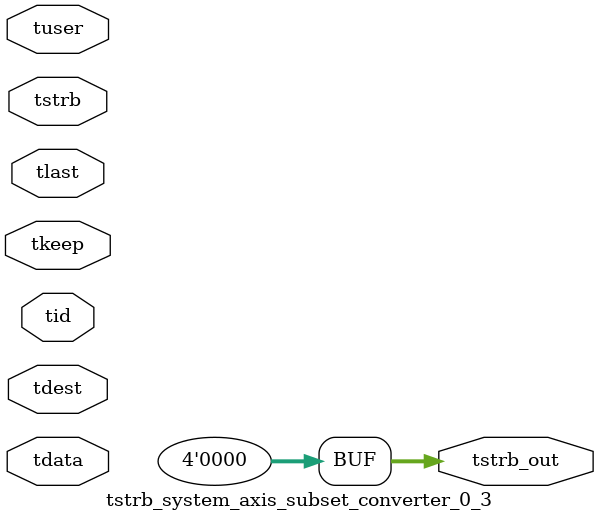
<source format=v>


`timescale 1ps/1ps

module tstrb_system_axis_subset_converter_0_3 #
(
parameter C_S_AXIS_TDATA_WIDTH = 32,
parameter C_S_AXIS_TUSER_WIDTH = 0,
parameter C_S_AXIS_TID_WIDTH   = 0,
parameter C_S_AXIS_TDEST_WIDTH = 0,
parameter C_M_AXIS_TDATA_WIDTH = 32
)
(
input  [(C_S_AXIS_TDATA_WIDTH == 0 ? 1 : C_S_AXIS_TDATA_WIDTH)-1:0     ] tdata,
input  [(C_S_AXIS_TUSER_WIDTH == 0 ? 1 : C_S_AXIS_TUSER_WIDTH)-1:0     ] tuser,
input  [(C_S_AXIS_TID_WIDTH   == 0 ? 1 : C_S_AXIS_TID_WIDTH)-1:0       ] tid,
input  [(C_S_AXIS_TDEST_WIDTH == 0 ? 1 : C_S_AXIS_TDEST_WIDTH)-1:0     ] tdest,
input  [(C_S_AXIS_TDATA_WIDTH/8)-1:0 ] tkeep,
input  [(C_S_AXIS_TDATA_WIDTH/8)-1:0 ] tstrb,
input                                                                    tlast,
output [(C_M_AXIS_TDATA_WIDTH/8)-1:0 ] tstrb_out
);

assign tstrb_out = {1'b0};

endmodule


</source>
